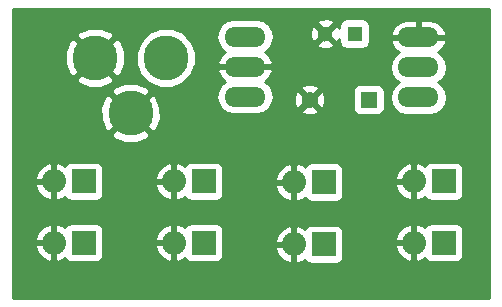
<source format=gbl>
G04 #@! TF.FileFunction,Copper,L2,Bot,Signal*
%FSLAX46Y46*%
G04 Gerber Fmt 4.6, Leading zero omitted, Abs format (unit mm)*
G04 Created by KiCad (PCBNEW 4.0.1-3.201512221402+6198~38~ubuntu14.04.1-stable) date Mon 23 May 2016 08:12:34 PM PDT*
%MOMM*%
G01*
G04 APERTURE LIST*
%ADD10C,0.100000*%
%ADD11R,2.032000X2.032000*%
%ADD12O,2.032000X2.032000*%
%ADD13R,1.400000X1.400000*%
%ADD14C,1.400000*%
%ADD15O,3.500120X1.699260*%
%ADD16R,1.300000X1.300000*%
%ADD17C,1.300000*%
%ADD18C,3.810000*%
%ADD19C,0.762000*%
%ADD20C,0.254000*%
G04 APERTURE END LIST*
D10*
D11*
X104711500Y-101663500D03*
D12*
X102171500Y-101663500D03*
D13*
X128825000Y-94742000D03*
D14*
X123825000Y-94742000D03*
D15*
X133032500Y-92011500D03*
X133032500Y-89471500D03*
X133032500Y-94551500D03*
D11*
X104711500Y-106870500D03*
D12*
X102171500Y-106870500D03*
D11*
X114871500Y-106870500D03*
D12*
X112331500Y-106870500D03*
D11*
X125031500Y-106997500D03*
D12*
X122491500Y-106997500D03*
D11*
X135191500Y-106870500D03*
D12*
X132651500Y-106870500D03*
D15*
X118364000Y-91948000D03*
X118364000Y-89408000D03*
X118364000Y-94488000D03*
D16*
X127635000Y-89154000D03*
D17*
X125135000Y-89154000D03*
D11*
X114871500Y-101663500D03*
D12*
X112331500Y-101663500D03*
D11*
X125031500Y-101727000D03*
D12*
X122491500Y-101727000D03*
D11*
X135191500Y-101663500D03*
D12*
X132651500Y-101663500D03*
D18*
X111663480Y-91186000D03*
X105664000Y-91186000D03*
X108663740Y-95885000D03*
D19*
X108663740Y-95963740D02*
X108663740Y-95885000D01*
D20*
G36*
X138990000Y-111558000D02*
X98754000Y-111558000D01*
X98754000Y-107253446D01*
X100565517Y-107253446D01*
X100834312Y-107838879D01*
X101306682Y-108276885D01*
X101788556Y-108476475D01*
X102044500Y-108357336D01*
X102044500Y-106997500D01*
X100684133Y-106997500D01*
X100565517Y-107253446D01*
X98754000Y-107253446D01*
X98754000Y-106487554D01*
X100565517Y-106487554D01*
X100684133Y-106743500D01*
X102044500Y-106743500D01*
X102044500Y-105383664D01*
X102298500Y-105383664D01*
X102298500Y-106743500D01*
X102318500Y-106743500D01*
X102318500Y-106997500D01*
X102298500Y-106997500D01*
X102298500Y-108357336D01*
X102554444Y-108476475D01*
X103036318Y-108276885D01*
X103133898Y-108186403D01*
X103231410Y-108337941D01*
X103443610Y-108482931D01*
X103695500Y-108533940D01*
X105727500Y-108533940D01*
X105962817Y-108489662D01*
X106178941Y-108350590D01*
X106323931Y-108138390D01*
X106374940Y-107886500D01*
X106374940Y-107253446D01*
X110725517Y-107253446D01*
X110994312Y-107838879D01*
X111466682Y-108276885D01*
X111948556Y-108476475D01*
X112204500Y-108357336D01*
X112204500Y-106997500D01*
X110844133Y-106997500D01*
X110725517Y-107253446D01*
X106374940Y-107253446D01*
X106374940Y-106487554D01*
X110725517Y-106487554D01*
X110844133Y-106743500D01*
X112204500Y-106743500D01*
X112204500Y-105383664D01*
X112458500Y-105383664D01*
X112458500Y-106743500D01*
X112478500Y-106743500D01*
X112478500Y-106997500D01*
X112458500Y-106997500D01*
X112458500Y-108357336D01*
X112714444Y-108476475D01*
X113196318Y-108276885D01*
X113293898Y-108186403D01*
X113391410Y-108337941D01*
X113603610Y-108482931D01*
X113855500Y-108533940D01*
X115887500Y-108533940D01*
X116122817Y-108489662D01*
X116338941Y-108350590D01*
X116483931Y-108138390D01*
X116534940Y-107886500D01*
X116534940Y-107380446D01*
X120885517Y-107380446D01*
X121154312Y-107965879D01*
X121626682Y-108403885D01*
X122108556Y-108603475D01*
X122364500Y-108484336D01*
X122364500Y-107124500D01*
X121004133Y-107124500D01*
X120885517Y-107380446D01*
X116534940Y-107380446D01*
X116534940Y-106614554D01*
X120885517Y-106614554D01*
X121004133Y-106870500D01*
X122364500Y-106870500D01*
X122364500Y-105510664D01*
X122618500Y-105510664D01*
X122618500Y-106870500D01*
X122638500Y-106870500D01*
X122638500Y-107124500D01*
X122618500Y-107124500D01*
X122618500Y-108484336D01*
X122874444Y-108603475D01*
X123356318Y-108403885D01*
X123453898Y-108313403D01*
X123551410Y-108464941D01*
X123763610Y-108609931D01*
X124015500Y-108660940D01*
X126047500Y-108660940D01*
X126282817Y-108616662D01*
X126498941Y-108477590D01*
X126643931Y-108265390D01*
X126694940Y-108013500D01*
X126694940Y-107253446D01*
X131045517Y-107253446D01*
X131314312Y-107838879D01*
X131786682Y-108276885D01*
X132268556Y-108476475D01*
X132524500Y-108357336D01*
X132524500Y-106997500D01*
X131164133Y-106997500D01*
X131045517Y-107253446D01*
X126694940Y-107253446D01*
X126694940Y-106487554D01*
X131045517Y-106487554D01*
X131164133Y-106743500D01*
X132524500Y-106743500D01*
X132524500Y-105383664D01*
X132778500Y-105383664D01*
X132778500Y-106743500D01*
X132798500Y-106743500D01*
X132798500Y-106997500D01*
X132778500Y-106997500D01*
X132778500Y-108357336D01*
X133034444Y-108476475D01*
X133516318Y-108276885D01*
X133613898Y-108186403D01*
X133711410Y-108337941D01*
X133923610Y-108482931D01*
X134175500Y-108533940D01*
X136207500Y-108533940D01*
X136442817Y-108489662D01*
X136658941Y-108350590D01*
X136803931Y-108138390D01*
X136854940Y-107886500D01*
X136854940Y-105854500D01*
X136810662Y-105619183D01*
X136671590Y-105403059D01*
X136459390Y-105258069D01*
X136207500Y-105207060D01*
X134175500Y-105207060D01*
X133940183Y-105251338D01*
X133724059Y-105390410D01*
X133612660Y-105553448D01*
X133516318Y-105464115D01*
X133034444Y-105264525D01*
X132778500Y-105383664D01*
X132524500Y-105383664D01*
X132268556Y-105264525D01*
X131786682Y-105464115D01*
X131314312Y-105902121D01*
X131045517Y-106487554D01*
X126694940Y-106487554D01*
X126694940Y-105981500D01*
X126650662Y-105746183D01*
X126511590Y-105530059D01*
X126299390Y-105385069D01*
X126047500Y-105334060D01*
X124015500Y-105334060D01*
X123780183Y-105378338D01*
X123564059Y-105517410D01*
X123452660Y-105680448D01*
X123356318Y-105591115D01*
X122874444Y-105391525D01*
X122618500Y-105510664D01*
X122364500Y-105510664D01*
X122108556Y-105391525D01*
X121626682Y-105591115D01*
X121154312Y-106029121D01*
X120885517Y-106614554D01*
X116534940Y-106614554D01*
X116534940Y-105854500D01*
X116490662Y-105619183D01*
X116351590Y-105403059D01*
X116139390Y-105258069D01*
X115887500Y-105207060D01*
X113855500Y-105207060D01*
X113620183Y-105251338D01*
X113404059Y-105390410D01*
X113292660Y-105553448D01*
X113196318Y-105464115D01*
X112714444Y-105264525D01*
X112458500Y-105383664D01*
X112204500Y-105383664D01*
X111948556Y-105264525D01*
X111466682Y-105464115D01*
X110994312Y-105902121D01*
X110725517Y-106487554D01*
X106374940Y-106487554D01*
X106374940Y-105854500D01*
X106330662Y-105619183D01*
X106191590Y-105403059D01*
X105979390Y-105258069D01*
X105727500Y-105207060D01*
X103695500Y-105207060D01*
X103460183Y-105251338D01*
X103244059Y-105390410D01*
X103132660Y-105553448D01*
X103036318Y-105464115D01*
X102554444Y-105264525D01*
X102298500Y-105383664D01*
X102044500Y-105383664D01*
X101788556Y-105264525D01*
X101306682Y-105464115D01*
X100834312Y-105902121D01*
X100565517Y-106487554D01*
X98754000Y-106487554D01*
X98754000Y-102046446D01*
X100565517Y-102046446D01*
X100834312Y-102631879D01*
X101306682Y-103069885D01*
X101788556Y-103269475D01*
X102044500Y-103150336D01*
X102044500Y-101790500D01*
X100684133Y-101790500D01*
X100565517Y-102046446D01*
X98754000Y-102046446D01*
X98754000Y-101280554D01*
X100565517Y-101280554D01*
X100684133Y-101536500D01*
X102044500Y-101536500D01*
X102044500Y-100176664D01*
X102298500Y-100176664D01*
X102298500Y-101536500D01*
X102318500Y-101536500D01*
X102318500Y-101790500D01*
X102298500Y-101790500D01*
X102298500Y-103150336D01*
X102554444Y-103269475D01*
X103036318Y-103069885D01*
X103133898Y-102979403D01*
X103231410Y-103130941D01*
X103443610Y-103275931D01*
X103695500Y-103326940D01*
X105727500Y-103326940D01*
X105962817Y-103282662D01*
X106178941Y-103143590D01*
X106323931Y-102931390D01*
X106374940Y-102679500D01*
X106374940Y-102046446D01*
X110725517Y-102046446D01*
X110994312Y-102631879D01*
X111466682Y-103069885D01*
X111948556Y-103269475D01*
X112204500Y-103150336D01*
X112204500Y-101790500D01*
X110844133Y-101790500D01*
X110725517Y-102046446D01*
X106374940Y-102046446D01*
X106374940Y-101280554D01*
X110725517Y-101280554D01*
X110844133Y-101536500D01*
X112204500Y-101536500D01*
X112204500Y-100176664D01*
X112458500Y-100176664D01*
X112458500Y-101536500D01*
X112478500Y-101536500D01*
X112478500Y-101790500D01*
X112458500Y-101790500D01*
X112458500Y-103150336D01*
X112714444Y-103269475D01*
X113196318Y-103069885D01*
X113293898Y-102979403D01*
X113391410Y-103130941D01*
X113603610Y-103275931D01*
X113855500Y-103326940D01*
X115887500Y-103326940D01*
X116122817Y-103282662D01*
X116338941Y-103143590D01*
X116483931Y-102931390D01*
X116534940Y-102679500D01*
X116534940Y-102109946D01*
X120885517Y-102109946D01*
X121154312Y-102695379D01*
X121626682Y-103133385D01*
X122108556Y-103332975D01*
X122364500Y-103213836D01*
X122364500Y-101854000D01*
X121004133Y-101854000D01*
X120885517Y-102109946D01*
X116534940Y-102109946D01*
X116534940Y-101344054D01*
X120885517Y-101344054D01*
X121004133Y-101600000D01*
X122364500Y-101600000D01*
X122364500Y-100240164D01*
X122618500Y-100240164D01*
X122618500Y-101600000D01*
X122638500Y-101600000D01*
X122638500Y-101854000D01*
X122618500Y-101854000D01*
X122618500Y-103213836D01*
X122874444Y-103332975D01*
X123356318Y-103133385D01*
X123453898Y-103042903D01*
X123551410Y-103194441D01*
X123763610Y-103339431D01*
X124015500Y-103390440D01*
X126047500Y-103390440D01*
X126282817Y-103346162D01*
X126498941Y-103207090D01*
X126643931Y-102994890D01*
X126694940Y-102743000D01*
X126694940Y-102046446D01*
X131045517Y-102046446D01*
X131314312Y-102631879D01*
X131786682Y-103069885D01*
X132268556Y-103269475D01*
X132524500Y-103150336D01*
X132524500Y-101790500D01*
X131164133Y-101790500D01*
X131045517Y-102046446D01*
X126694940Y-102046446D01*
X126694940Y-101280554D01*
X131045517Y-101280554D01*
X131164133Y-101536500D01*
X132524500Y-101536500D01*
X132524500Y-100176664D01*
X132778500Y-100176664D01*
X132778500Y-101536500D01*
X132798500Y-101536500D01*
X132798500Y-101790500D01*
X132778500Y-101790500D01*
X132778500Y-103150336D01*
X133034444Y-103269475D01*
X133516318Y-103069885D01*
X133613898Y-102979403D01*
X133711410Y-103130941D01*
X133923610Y-103275931D01*
X134175500Y-103326940D01*
X136207500Y-103326940D01*
X136442817Y-103282662D01*
X136658941Y-103143590D01*
X136803931Y-102931390D01*
X136854940Y-102679500D01*
X136854940Y-100647500D01*
X136810662Y-100412183D01*
X136671590Y-100196059D01*
X136459390Y-100051069D01*
X136207500Y-100000060D01*
X134175500Y-100000060D01*
X133940183Y-100044338D01*
X133724059Y-100183410D01*
X133612660Y-100346448D01*
X133516318Y-100257115D01*
X133034444Y-100057525D01*
X132778500Y-100176664D01*
X132524500Y-100176664D01*
X132268556Y-100057525D01*
X131786682Y-100257115D01*
X131314312Y-100695121D01*
X131045517Y-101280554D01*
X126694940Y-101280554D01*
X126694940Y-100711000D01*
X126650662Y-100475683D01*
X126511590Y-100259559D01*
X126299390Y-100114569D01*
X126047500Y-100063560D01*
X124015500Y-100063560D01*
X123780183Y-100107838D01*
X123564059Y-100246910D01*
X123452660Y-100409948D01*
X123356318Y-100320615D01*
X122874444Y-100121025D01*
X122618500Y-100240164D01*
X122364500Y-100240164D01*
X122108556Y-100121025D01*
X121626682Y-100320615D01*
X121154312Y-100758621D01*
X120885517Y-101344054D01*
X116534940Y-101344054D01*
X116534940Y-100647500D01*
X116490662Y-100412183D01*
X116351590Y-100196059D01*
X116139390Y-100051069D01*
X115887500Y-100000060D01*
X113855500Y-100000060D01*
X113620183Y-100044338D01*
X113404059Y-100183410D01*
X113292660Y-100346448D01*
X113196318Y-100257115D01*
X112714444Y-100057525D01*
X112458500Y-100176664D01*
X112204500Y-100176664D01*
X111948556Y-100057525D01*
X111466682Y-100257115D01*
X110994312Y-100695121D01*
X110725517Y-101280554D01*
X106374940Y-101280554D01*
X106374940Y-100647500D01*
X106330662Y-100412183D01*
X106191590Y-100196059D01*
X105979390Y-100051069D01*
X105727500Y-100000060D01*
X103695500Y-100000060D01*
X103460183Y-100044338D01*
X103244059Y-100183410D01*
X103132660Y-100346448D01*
X103036318Y-100257115D01*
X102554444Y-100057525D01*
X102298500Y-100176664D01*
X102044500Y-100176664D01*
X101788556Y-100057525D01*
X101306682Y-100257115D01*
X100834312Y-100695121D01*
X100565517Y-101280554D01*
X98754000Y-101280554D01*
X98754000Y-97691440D01*
X107036905Y-97691440D01*
X107246093Y-98052289D01*
X108183390Y-98429824D01*
X109193817Y-98419933D01*
X110081387Y-98052289D01*
X110290575Y-97691440D01*
X108663740Y-96064605D01*
X107036905Y-97691440D01*
X98754000Y-97691440D01*
X98754000Y-95404650D01*
X106118916Y-95404650D01*
X106128807Y-96415077D01*
X106496451Y-97302647D01*
X106857300Y-97511835D01*
X108484135Y-95885000D01*
X108843345Y-95885000D01*
X110470180Y-97511835D01*
X110831029Y-97302647D01*
X111208564Y-96365350D01*
X111198673Y-95354923D01*
X110839582Y-94488000D01*
X115932214Y-94488000D01*
X116045225Y-95056143D01*
X116367052Y-95537792D01*
X116848701Y-95859619D01*
X117416844Y-95972630D01*
X119311156Y-95972630D01*
X119879299Y-95859619D01*
X120152196Y-95677275D01*
X123069331Y-95677275D01*
X123131169Y-95913042D01*
X123632122Y-96089419D01*
X124162440Y-96060664D01*
X124518831Y-95913042D01*
X124580669Y-95677275D01*
X123825000Y-94921605D01*
X123069331Y-95677275D01*
X120152196Y-95677275D01*
X120360948Y-95537792D01*
X120682775Y-95056143D01*
X120783628Y-94549122D01*
X122477581Y-94549122D01*
X122506336Y-95079440D01*
X122653958Y-95435831D01*
X122889725Y-95497669D01*
X123645395Y-94742000D01*
X124004605Y-94742000D01*
X124760275Y-95497669D01*
X124996042Y-95435831D01*
X125172419Y-94934878D01*
X125143664Y-94404560D01*
X124996042Y-94048169D01*
X124972522Y-94042000D01*
X127477560Y-94042000D01*
X127477560Y-95442000D01*
X127521838Y-95677317D01*
X127660910Y-95893441D01*
X127873110Y-96038431D01*
X128125000Y-96089440D01*
X129525000Y-96089440D01*
X129760317Y-96045162D01*
X129976441Y-95906090D01*
X130121431Y-95693890D01*
X130172440Y-95442000D01*
X130172440Y-94042000D01*
X130128162Y-93806683D01*
X129989090Y-93590559D01*
X129776890Y-93445569D01*
X129525000Y-93394560D01*
X128125000Y-93394560D01*
X127889683Y-93438838D01*
X127673559Y-93577910D01*
X127528569Y-93790110D01*
X127477560Y-94042000D01*
X124972522Y-94042000D01*
X124760275Y-93986331D01*
X124004605Y-94742000D01*
X123645395Y-94742000D01*
X122889725Y-93986331D01*
X122653958Y-94048169D01*
X122477581Y-94549122D01*
X120783628Y-94549122D01*
X120795786Y-94488000D01*
X120682775Y-93919857D01*
X120607183Y-93806725D01*
X123069331Y-93806725D01*
X123825000Y-94562395D01*
X124580669Y-93806725D01*
X124518831Y-93570958D01*
X124017878Y-93394581D01*
X123487560Y-93423336D01*
X123131169Y-93570958D01*
X123069331Y-93806725D01*
X120607183Y-93806725D01*
X120360948Y-93438208D01*
X120023127Y-93212484D01*
X120404024Y-92907989D01*
X120684649Y-92398810D01*
X120705540Y-92304832D01*
X120584214Y-92075000D01*
X118491000Y-92075000D01*
X118491000Y-92095000D01*
X118237000Y-92095000D01*
X118237000Y-92075000D01*
X116143786Y-92075000D01*
X116022460Y-92304832D01*
X116043351Y-92398810D01*
X116323976Y-92907989D01*
X116704873Y-93212484D01*
X116367052Y-93438208D01*
X116045225Y-93919857D01*
X115932214Y-94488000D01*
X110839582Y-94488000D01*
X110831029Y-94467353D01*
X110470180Y-94258165D01*
X108843345Y-95885000D01*
X108484135Y-95885000D01*
X106857300Y-94258165D01*
X106496451Y-94467353D01*
X106118916Y-95404650D01*
X98754000Y-95404650D01*
X98754000Y-94078560D01*
X107036905Y-94078560D01*
X108663740Y-95705395D01*
X110290575Y-94078560D01*
X110081387Y-93717711D01*
X109144090Y-93340176D01*
X108133663Y-93350067D01*
X107246093Y-93717711D01*
X107036905Y-94078560D01*
X98754000Y-94078560D01*
X98754000Y-92992440D01*
X104037165Y-92992440D01*
X104246353Y-93353289D01*
X105183650Y-93730824D01*
X106194077Y-93720933D01*
X107081647Y-93353289D01*
X107290835Y-92992440D01*
X105664000Y-91365605D01*
X104037165Y-92992440D01*
X98754000Y-92992440D01*
X98754000Y-90705650D01*
X103119176Y-90705650D01*
X103129067Y-91716077D01*
X103496711Y-92603647D01*
X103857560Y-92812835D01*
X105484395Y-91186000D01*
X105843605Y-91186000D01*
X107470440Y-92812835D01*
X107831289Y-92603647D01*
X108199692Y-91689021D01*
X109123040Y-91689021D01*
X109508917Y-92622915D01*
X110222807Y-93338052D01*
X111156026Y-93725559D01*
X112166501Y-93726440D01*
X113100395Y-93340563D01*
X113815532Y-92626673D01*
X114070974Y-92011500D01*
X130600714Y-92011500D01*
X130713725Y-92579643D01*
X131035552Y-93061292D01*
X131365117Y-93281500D01*
X131035552Y-93501708D01*
X130713725Y-93983357D01*
X130600714Y-94551500D01*
X130713725Y-95119643D01*
X131035552Y-95601292D01*
X131517201Y-95923119D01*
X132085344Y-96036130D01*
X133979656Y-96036130D01*
X134547799Y-95923119D01*
X135029448Y-95601292D01*
X135351275Y-95119643D01*
X135464286Y-94551500D01*
X135351275Y-93983357D01*
X135029448Y-93501708D01*
X134699883Y-93281500D01*
X135029448Y-93061292D01*
X135351275Y-92579643D01*
X135464286Y-92011500D01*
X135351275Y-91443357D01*
X135029448Y-90961708D01*
X134691627Y-90735984D01*
X135072524Y-90431489D01*
X135353149Y-89922310D01*
X135374040Y-89828332D01*
X135252714Y-89598500D01*
X133159500Y-89598500D01*
X133159500Y-89618500D01*
X132905500Y-89618500D01*
X132905500Y-89598500D01*
X130812286Y-89598500D01*
X130690960Y-89828332D01*
X130711851Y-89922310D01*
X130992476Y-90431489D01*
X131373373Y-90735984D01*
X131035552Y-90961708D01*
X130713725Y-91443357D01*
X130600714Y-92011500D01*
X114070974Y-92011500D01*
X114203039Y-91693454D01*
X114203920Y-90682979D01*
X113818043Y-89749085D01*
X113477553Y-89408000D01*
X115932214Y-89408000D01*
X116045225Y-89976143D01*
X116367052Y-90457792D01*
X116704873Y-90683516D01*
X116323976Y-90988011D01*
X116043351Y-91497190D01*
X116022460Y-91591168D01*
X116143786Y-91821000D01*
X118237000Y-91821000D01*
X118237000Y-91801000D01*
X118491000Y-91801000D01*
X118491000Y-91821000D01*
X120584214Y-91821000D01*
X120705540Y-91591168D01*
X120684649Y-91497190D01*
X120404024Y-90988011D01*
X120023127Y-90683516D01*
X120360948Y-90457792D01*
X120631410Y-90053016D01*
X124415590Y-90053016D01*
X124471271Y-90283611D01*
X124954078Y-90451622D01*
X125464428Y-90422083D01*
X125798729Y-90283611D01*
X125854410Y-90053016D01*
X125135000Y-89333605D01*
X124415590Y-90053016D01*
X120631410Y-90053016D01*
X120682775Y-89976143D01*
X120795786Y-89408000D01*
X120709275Y-88973078D01*
X123837378Y-88973078D01*
X123866917Y-89483428D01*
X124005389Y-89817729D01*
X124235984Y-89873410D01*
X124955395Y-89154000D01*
X125314605Y-89154000D01*
X126034016Y-89873410D01*
X126264611Y-89817729D01*
X126337560Y-89608098D01*
X126337560Y-89804000D01*
X126381838Y-90039317D01*
X126520910Y-90255441D01*
X126733110Y-90400431D01*
X126985000Y-90451440D01*
X128285000Y-90451440D01*
X128520317Y-90407162D01*
X128736441Y-90268090D01*
X128881431Y-90055890D01*
X128932440Y-89804000D01*
X128932440Y-89114668D01*
X130690960Y-89114668D01*
X130812286Y-89344500D01*
X132905500Y-89344500D01*
X132905500Y-87986870D01*
X133159500Y-87986870D01*
X133159500Y-89344500D01*
X135252714Y-89344500D01*
X135374040Y-89114668D01*
X135353149Y-89020690D01*
X135072524Y-88511511D01*
X134618406Y-88148482D01*
X134059930Y-87986870D01*
X133159500Y-87986870D01*
X132905500Y-87986870D01*
X132005070Y-87986870D01*
X131446594Y-88148482D01*
X130992476Y-88511511D01*
X130711851Y-89020690D01*
X130690960Y-89114668D01*
X128932440Y-89114668D01*
X128932440Y-88504000D01*
X128888162Y-88268683D01*
X128749090Y-88052559D01*
X128536890Y-87907569D01*
X128285000Y-87856560D01*
X126985000Y-87856560D01*
X126749683Y-87900838D01*
X126533559Y-88039910D01*
X126388569Y-88252110D01*
X126337560Y-88504000D01*
X126337560Y-88666385D01*
X126264611Y-88490271D01*
X126034016Y-88434590D01*
X125314605Y-89154000D01*
X124955395Y-89154000D01*
X124235984Y-88434590D01*
X124005389Y-88490271D01*
X123837378Y-88973078D01*
X120709275Y-88973078D01*
X120682775Y-88839857D01*
X120360948Y-88358208D01*
X120206463Y-88254984D01*
X124415590Y-88254984D01*
X125135000Y-88974395D01*
X125854410Y-88254984D01*
X125798729Y-88024389D01*
X125315922Y-87856378D01*
X124805572Y-87885917D01*
X124471271Y-88024389D01*
X124415590Y-88254984D01*
X120206463Y-88254984D01*
X119879299Y-88036381D01*
X119311156Y-87923370D01*
X117416844Y-87923370D01*
X116848701Y-88036381D01*
X116367052Y-88358208D01*
X116045225Y-88839857D01*
X115932214Y-89408000D01*
X113477553Y-89408000D01*
X113104153Y-89033948D01*
X112170934Y-88646441D01*
X111160459Y-88645560D01*
X110226565Y-89031437D01*
X109511428Y-89745327D01*
X109123921Y-90678546D01*
X109123040Y-91689021D01*
X108199692Y-91689021D01*
X108208824Y-91666350D01*
X108198933Y-90655923D01*
X107831289Y-89768353D01*
X107470440Y-89559165D01*
X105843605Y-91186000D01*
X105484395Y-91186000D01*
X103857560Y-89559165D01*
X103496711Y-89768353D01*
X103119176Y-90705650D01*
X98754000Y-90705650D01*
X98754000Y-89379560D01*
X104037165Y-89379560D01*
X105664000Y-91006395D01*
X107290835Y-89379560D01*
X107081647Y-89018711D01*
X106144350Y-88641176D01*
X105133923Y-88651067D01*
X104246353Y-89018711D01*
X104037165Y-89379560D01*
X98754000Y-89379560D01*
X98754000Y-87070000D01*
X138990000Y-87070000D01*
X138990000Y-111558000D01*
X138990000Y-111558000D01*
G37*
X138990000Y-111558000D02*
X98754000Y-111558000D01*
X98754000Y-107253446D01*
X100565517Y-107253446D01*
X100834312Y-107838879D01*
X101306682Y-108276885D01*
X101788556Y-108476475D01*
X102044500Y-108357336D01*
X102044500Y-106997500D01*
X100684133Y-106997500D01*
X100565517Y-107253446D01*
X98754000Y-107253446D01*
X98754000Y-106487554D01*
X100565517Y-106487554D01*
X100684133Y-106743500D01*
X102044500Y-106743500D01*
X102044500Y-105383664D01*
X102298500Y-105383664D01*
X102298500Y-106743500D01*
X102318500Y-106743500D01*
X102318500Y-106997500D01*
X102298500Y-106997500D01*
X102298500Y-108357336D01*
X102554444Y-108476475D01*
X103036318Y-108276885D01*
X103133898Y-108186403D01*
X103231410Y-108337941D01*
X103443610Y-108482931D01*
X103695500Y-108533940D01*
X105727500Y-108533940D01*
X105962817Y-108489662D01*
X106178941Y-108350590D01*
X106323931Y-108138390D01*
X106374940Y-107886500D01*
X106374940Y-107253446D01*
X110725517Y-107253446D01*
X110994312Y-107838879D01*
X111466682Y-108276885D01*
X111948556Y-108476475D01*
X112204500Y-108357336D01*
X112204500Y-106997500D01*
X110844133Y-106997500D01*
X110725517Y-107253446D01*
X106374940Y-107253446D01*
X106374940Y-106487554D01*
X110725517Y-106487554D01*
X110844133Y-106743500D01*
X112204500Y-106743500D01*
X112204500Y-105383664D01*
X112458500Y-105383664D01*
X112458500Y-106743500D01*
X112478500Y-106743500D01*
X112478500Y-106997500D01*
X112458500Y-106997500D01*
X112458500Y-108357336D01*
X112714444Y-108476475D01*
X113196318Y-108276885D01*
X113293898Y-108186403D01*
X113391410Y-108337941D01*
X113603610Y-108482931D01*
X113855500Y-108533940D01*
X115887500Y-108533940D01*
X116122817Y-108489662D01*
X116338941Y-108350590D01*
X116483931Y-108138390D01*
X116534940Y-107886500D01*
X116534940Y-107380446D01*
X120885517Y-107380446D01*
X121154312Y-107965879D01*
X121626682Y-108403885D01*
X122108556Y-108603475D01*
X122364500Y-108484336D01*
X122364500Y-107124500D01*
X121004133Y-107124500D01*
X120885517Y-107380446D01*
X116534940Y-107380446D01*
X116534940Y-106614554D01*
X120885517Y-106614554D01*
X121004133Y-106870500D01*
X122364500Y-106870500D01*
X122364500Y-105510664D01*
X122618500Y-105510664D01*
X122618500Y-106870500D01*
X122638500Y-106870500D01*
X122638500Y-107124500D01*
X122618500Y-107124500D01*
X122618500Y-108484336D01*
X122874444Y-108603475D01*
X123356318Y-108403885D01*
X123453898Y-108313403D01*
X123551410Y-108464941D01*
X123763610Y-108609931D01*
X124015500Y-108660940D01*
X126047500Y-108660940D01*
X126282817Y-108616662D01*
X126498941Y-108477590D01*
X126643931Y-108265390D01*
X126694940Y-108013500D01*
X126694940Y-107253446D01*
X131045517Y-107253446D01*
X131314312Y-107838879D01*
X131786682Y-108276885D01*
X132268556Y-108476475D01*
X132524500Y-108357336D01*
X132524500Y-106997500D01*
X131164133Y-106997500D01*
X131045517Y-107253446D01*
X126694940Y-107253446D01*
X126694940Y-106487554D01*
X131045517Y-106487554D01*
X131164133Y-106743500D01*
X132524500Y-106743500D01*
X132524500Y-105383664D01*
X132778500Y-105383664D01*
X132778500Y-106743500D01*
X132798500Y-106743500D01*
X132798500Y-106997500D01*
X132778500Y-106997500D01*
X132778500Y-108357336D01*
X133034444Y-108476475D01*
X133516318Y-108276885D01*
X133613898Y-108186403D01*
X133711410Y-108337941D01*
X133923610Y-108482931D01*
X134175500Y-108533940D01*
X136207500Y-108533940D01*
X136442817Y-108489662D01*
X136658941Y-108350590D01*
X136803931Y-108138390D01*
X136854940Y-107886500D01*
X136854940Y-105854500D01*
X136810662Y-105619183D01*
X136671590Y-105403059D01*
X136459390Y-105258069D01*
X136207500Y-105207060D01*
X134175500Y-105207060D01*
X133940183Y-105251338D01*
X133724059Y-105390410D01*
X133612660Y-105553448D01*
X133516318Y-105464115D01*
X133034444Y-105264525D01*
X132778500Y-105383664D01*
X132524500Y-105383664D01*
X132268556Y-105264525D01*
X131786682Y-105464115D01*
X131314312Y-105902121D01*
X131045517Y-106487554D01*
X126694940Y-106487554D01*
X126694940Y-105981500D01*
X126650662Y-105746183D01*
X126511590Y-105530059D01*
X126299390Y-105385069D01*
X126047500Y-105334060D01*
X124015500Y-105334060D01*
X123780183Y-105378338D01*
X123564059Y-105517410D01*
X123452660Y-105680448D01*
X123356318Y-105591115D01*
X122874444Y-105391525D01*
X122618500Y-105510664D01*
X122364500Y-105510664D01*
X122108556Y-105391525D01*
X121626682Y-105591115D01*
X121154312Y-106029121D01*
X120885517Y-106614554D01*
X116534940Y-106614554D01*
X116534940Y-105854500D01*
X116490662Y-105619183D01*
X116351590Y-105403059D01*
X116139390Y-105258069D01*
X115887500Y-105207060D01*
X113855500Y-105207060D01*
X113620183Y-105251338D01*
X113404059Y-105390410D01*
X113292660Y-105553448D01*
X113196318Y-105464115D01*
X112714444Y-105264525D01*
X112458500Y-105383664D01*
X112204500Y-105383664D01*
X111948556Y-105264525D01*
X111466682Y-105464115D01*
X110994312Y-105902121D01*
X110725517Y-106487554D01*
X106374940Y-106487554D01*
X106374940Y-105854500D01*
X106330662Y-105619183D01*
X106191590Y-105403059D01*
X105979390Y-105258069D01*
X105727500Y-105207060D01*
X103695500Y-105207060D01*
X103460183Y-105251338D01*
X103244059Y-105390410D01*
X103132660Y-105553448D01*
X103036318Y-105464115D01*
X102554444Y-105264525D01*
X102298500Y-105383664D01*
X102044500Y-105383664D01*
X101788556Y-105264525D01*
X101306682Y-105464115D01*
X100834312Y-105902121D01*
X100565517Y-106487554D01*
X98754000Y-106487554D01*
X98754000Y-102046446D01*
X100565517Y-102046446D01*
X100834312Y-102631879D01*
X101306682Y-103069885D01*
X101788556Y-103269475D01*
X102044500Y-103150336D01*
X102044500Y-101790500D01*
X100684133Y-101790500D01*
X100565517Y-102046446D01*
X98754000Y-102046446D01*
X98754000Y-101280554D01*
X100565517Y-101280554D01*
X100684133Y-101536500D01*
X102044500Y-101536500D01*
X102044500Y-100176664D01*
X102298500Y-100176664D01*
X102298500Y-101536500D01*
X102318500Y-101536500D01*
X102318500Y-101790500D01*
X102298500Y-101790500D01*
X102298500Y-103150336D01*
X102554444Y-103269475D01*
X103036318Y-103069885D01*
X103133898Y-102979403D01*
X103231410Y-103130941D01*
X103443610Y-103275931D01*
X103695500Y-103326940D01*
X105727500Y-103326940D01*
X105962817Y-103282662D01*
X106178941Y-103143590D01*
X106323931Y-102931390D01*
X106374940Y-102679500D01*
X106374940Y-102046446D01*
X110725517Y-102046446D01*
X110994312Y-102631879D01*
X111466682Y-103069885D01*
X111948556Y-103269475D01*
X112204500Y-103150336D01*
X112204500Y-101790500D01*
X110844133Y-101790500D01*
X110725517Y-102046446D01*
X106374940Y-102046446D01*
X106374940Y-101280554D01*
X110725517Y-101280554D01*
X110844133Y-101536500D01*
X112204500Y-101536500D01*
X112204500Y-100176664D01*
X112458500Y-100176664D01*
X112458500Y-101536500D01*
X112478500Y-101536500D01*
X112478500Y-101790500D01*
X112458500Y-101790500D01*
X112458500Y-103150336D01*
X112714444Y-103269475D01*
X113196318Y-103069885D01*
X113293898Y-102979403D01*
X113391410Y-103130941D01*
X113603610Y-103275931D01*
X113855500Y-103326940D01*
X115887500Y-103326940D01*
X116122817Y-103282662D01*
X116338941Y-103143590D01*
X116483931Y-102931390D01*
X116534940Y-102679500D01*
X116534940Y-102109946D01*
X120885517Y-102109946D01*
X121154312Y-102695379D01*
X121626682Y-103133385D01*
X122108556Y-103332975D01*
X122364500Y-103213836D01*
X122364500Y-101854000D01*
X121004133Y-101854000D01*
X120885517Y-102109946D01*
X116534940Y-102109946D01*
X116534940Y-101344054D01*
X120885517Y-101344054D01*
X121004133Y-101600000D01*
X122364500Y-101600000D01*
X122364500Y-100240164D01*
X122618500Y-100240164D01*
X122618500Y-101600000D01*
X122638500Y-101600000D01*
X122638500Y-101854000D01*
X122618500Y-101854000D01*
X122618500Y-103213836D01*
X122874444Y-103332975D01*
X123356318Y-103133385D01*
X123453898Y-103042903D01*
X123551410Y-103194441D01*
X123763610Y-103339431D01*
X124015500Y-103390440D01*
X126047500Y-103390440D01*
X126282817Y-103346162D01*
X126498941Y-103207090D01*
X126643931Y-102994890D01*
X126694940Y-102743000D01*
X126694940Y-102046446D01*
X131045517Y-102046446D01*
X131314312Y-102631879D01*
X131786682Y-103069885D01*
X132268556Y-103269475D01*
X132524500Y-103150336D01*
X132524500Y-101790500D01*
X131164133Y-101790500D01*
X131045517Y-102046446D01*
X126694940Y-102046446D01*
X126694940Y-101280554D01*
X131045517Y-101280554D01*
X131164133Y-101536500D01*
X132524500Y-101536500D01*
X132524500Y-100176664D01*
X132778500Y-100176664D01*
X132778500Y-101536500D01*
X132798500Y-101536500D01*
X132798500Y-101790500D01*
X132778500Y-101790500D01*
X132778500Y-103150336D01*
X133034444Y-103269475D01*
X133516318Y-103069885D01*
X133613898Y-102979403D01*
X133711410Y-103130941D01*
X133923610Y-103275931D01*
X134175500Y-103326940D01*
X136207500Y-103326940D01*
X136442817Y-103282662D01*
X136658941Y-103143590D01*
X136803931Y-102931390D01*
X136854940Y-102679500D01*
X136854940Y-100647500D01*
X136810662Y-100412183D01*
X136671590Y-100196059D01*
X136459390Y-100051069D01*
X136207500Y-100000060D01*
X134175500Y-100000060D01*
X133940183Y-100044338D01*
X133724059Y-100183410D01*
X133612660Y-100346448D01*
X133516318Y-100257115D01*
X133034444Y-100057525D01*
X132778500Y-100176664D01*
X132524500Y-100176664D01*
X132268556Y-100057525D01*
X131786682Y-100257115D01*
X131314312Y-100695121D01*
X131045517Y-101280554D01*
X126694940Y-101280554D01*
X126694940Y-100711000D01*
X126650662Y-100475683D01*
X126511590Y-100259559D01*
X126299390Y-100114569D01*
X126047500Y-100063560D01*
X124015500Y-100063560D01*
X123780183Y-100107838D01*
X123564059Y-100246910D01*
X123452660Y-100409948D01*
X123356318Y-100320615D01*
X122874444Y-100121025D01*
X122618500Y-100240164D01*
X122364500Y-100240164D01*
X122108556Y-100121025D01*
X121626682Y-100320615D01*
X121154312Y-100758621D01*
X120885517Y-101344054D01*
X116534940Y-101344054D01*
X116534940Y-100647500D01*
X116490662Y-100412183D01*
X116351590Y-100196059D01*
X116139390Y-100051069D01*
X115887500Y-100000060D01*
X113855500Y-100000060D01*
X113620183Y-100044338D01*
X113404059Y-100183410D01*
X113292660Y-100346448D01*
X113196318Y-100257115D01*
X112714444Y-100057525D01*
X112458500Y-100176664D01*
X112204500Y-100176664D01*
X111948556Y-100057525D01*
X111466682Y-100257115D01*
X110994312Y-100695121D01*
X110725517Y-101280554D01*
X106374940Y-101280554D01*
X106374940Y-100647500D01*
X106330662Y-100412183D01*
X106191590Y-100196059D01*
X105979390Y-100051069D01*
X105727500Y-100000060D01*
X103695500Y-100000060D01*
X103460183Y-100044338D01*
X103244059Y-100183410D01*
X103132660Y-100346448D01*
X103036318Y-100257115D01*
X102554444Y-100057525D01*
X102298500Y-100176664D01*
X102044500Y-100176664D01*
X101788556Y-100057525D01*
X101306682Y-100257115D01*
X100834312Y-100695121D01*
X100565517Y-101280554D01*
X98754000Y-101280554D01*
X98754000Y-97691440D01*
X107036905Y-97691440D01*
X107246093Y-98052289D01*
X108183390Y-98429824D01*
X109193817Y-98419933D01*
X110081387Y-98052289D01*
X110290575Y-97691440D01*
X108663740Y-96064605D01*
X107036905Y-97691440D01*
X98754000Y-97691440D01*
X98754000Y-95404650D01*
X106118916Y-95404650D01*
X106128807Y-96415077D01*
X106496451Y-97302647D01*
X106857300Y-97511835D01*
X108484135Y-95885000D01*
X108843345Y-95885000D01*
X110470180Y-97511835D01*
X110831029Y-97302647D01*
X111208564Y-96365350D01*
X111198673Y-95354923D01*
X110839582Y-94488000D01*
X115932214Y-94488000D01*
X116045225Y-95056143D01*
X116367052Y-95537792D01*
X116848701Y-95859619D01*
X117416844Y-95972630D01*
X119311156Y-95972630D01*
X119879299Y-95859619D01*
X120152196Y-95677275D01*
X123069331Y-95677275D01*
X123131169Y-95913042D01*
X123632122Y-96089419D01*
X124162440Y-96060664D01*
X124518831Y-95913042D01*
X124580669Y-95677275D01*
X123825000Y-94921605D01*
X123069331Y-95677275D01*
X120152196Y-95677275D01*
X120360948Y-95537792D01*
X120682775Y-95056143D01*
X120783628Y-94549122D01*
X122477581Y-94549122D01*
X122506336Y-95079440D01*
X122653958Y-95435831D01*
X122889725Y-95497669D01*
X123645395Y-94742000D01*
X124004605Y-94742000D01*
X124760275Y-95497669D01*
X124996042Y-95435831D01*
X125172419Y-94934878D01*
X125143664Y-94404560D01*
X124996042Y-94048169D01*
X124972522Y-94042000D01*
X127477560Y-94042000D01*
X127477560Y-95442000D01*
X127521838Y-95677317D01*
X127660910Y-95893441D01*
X127873110Y-96038431D01*
X128125000Y-96089440D01*
X129525000Y-96089440D01*
X129760317Y-96045162D01*
X129976441Y-95906090D01*
X130121431Y-95693890D01*
X130172440Y-95442000D01*
X130172440Y-94042000D01*
X130128162Y-93806683D01*
X129989090Y-93590559D01*
X129776890Y-93445569D01*
X129525000Y-93394560D01*
X128125000Y-93394560D01*
X127889683Y-93438838D01*
X127673559Y-93577910D01*
X127528569Y-93790110D01*
X127477560Y-94042000D01*
X124972522Y-94042000D01*
X124760275Y-93986331D01*
X124004605Y-94742000D01*
X123645395Y-94742000D01*
X122889725Y-93986331D01*
X122653958Y-94048169D01*
X122477581Y-94549122D01*
X120783628Y-94549122D01*
X120795786Y-94488000D01*
X120682775Y-93919857D01*
X120607183Y-93806725D01*
X123069331Y-93806725D01*
X123825000Y-94562395D01*
X124580669Y-93806725D01*
X124518831Y-93570958D01*
X124017878Y-93394581D01*
X123487560Y-93423336D01*
X123131169Y-93570958D01*
X123069331Y-93806725D01*
X120607183Y-93806725D01*
X120360948Y-93438208D01*
X120023127Y-93212484D01*
X120404024Y-92907989D01*
X120684649Y-92398810D01*
X120705540Y-92304832D01*
X120584214Y-92075000D01*
X118491000Y-92075000D01*
X118491000Y-92095000D01*
X118237000Y-92095000D01*
X118237000Y-92075000D01*
X116143786Y-92075000D01*
X116022460Y-92304832D01*
X116043351Y-92398810D01*
X116323976Y-92907989D01*
X116704873Y-93212484D01*
X116367052Y-93438208D01*
X116045225Y-93919857D01*
X115932214Y-94488000D01*
X110839582Y-94488000D01*
X110831029Y-94467353D01*
X110470180Y-94258165D01*
X108843345Y-95885000D01*
X108484135Y-95885000D01*
X106857300Y-94258165D01*
X106496451Y-94467353D01*
X106118916Y-95404650D01*
X98754000Y-95404650D01*
X98754000Y-94078560D01*
X107036905Y-94078560D01*
X108663740Y-95705395D01*
X110290575Y-94078560D01*
X110081387Y-93717711D01*
X109144090Y-93340176D01*
X108133663Y-93350067D01*
X107246093Y-93717711D01*
X107036905Y-94078560D01*
X98754000Y-94078560D01*
X98754000Y-92992440D01*
X104037165Y-92992440D01*
X104246353Y-93353289D01*
X105183650Y-93730824D01*
X106194077Y-93720933D01*
X107081647Y-93353289D01*
X107290835Y-92992440D01*
X105664000Y-91365605D01*
X104037165Y-92992440D01*
X98754000Y-92992440D01*
X98754000Y-90705650D01*
X103119176Y-90705650D01*
X103129067Y-91716077D01*
X103496711Y-92603647D01*
X103857560Y-92812835D01*
X105484395Y-91186000D01*
X105843605Y-91186000D01*
X107470440Y-92812835D01*
X107831289Y-92603647D01*
X108199692Y-91689021D01*
X109123040Y-91689021D01*
X109508917Y-92622915D01*
X110222807Y-93338052D01*
X111156026Y-93725559D01*
X112166501Y-93726440D01*
X113100395Y-93340563D01*
X113815532Y-92626673D01*
X114070974Y-92011500D01*
X130600714Y-92011500D01*
X130713725Y-92579643D01*
X131035552Y-93061292D01*
X131365117Y-93281500D01*
X131035552Y-93501708D01*
X130713725Y-93983357D01*
X130600714Y-94551500D01*
X130713725Y-95119643D01*
X131035552Y-95601292D01*
X131517201Y-95923119D01*
X132085344Y-96036130D01*
X133979656Y-96036130D01*
X134547799Y-95923119D01*
X135029448Y-95601292D01*
X135351275Y-95119643D01*
X135464286Y-94551500D01*
X135351275Y-93983357D01*
X135029448Y-93501708D01*
X134699883Y-93281500D01*
X135029448Y-93061292D01*
X135351275Y-92579643D01*
X135464286Y-92011500D01*
X135351275Y-91443357D01*
X135029448Y-90961708D01*
X134691627Y-90735984D01*
X135072524Y-90431489D01*
X135353149Y-89922310D01*
X135374040Y-89828332D01*
X135252714Y-89598500D01*
X133159500Y-89598500D01*
X133159500Y-89618500D01*
X132905500Y-89618500D01*
X132905500Y-89598500D01*
X130812286Y-89598500D01*
X130690960Y-89828332D01*
X130711851Y-89922310D01*
X130992476Y-90431489D01*
X131373373Y-90735984D01*
X131035552Y-90961708D01*
X130713725Y-91443357D01*
X130600714Y-92011500D01*
X114070974Y-92011500D01*
X114203039Y-91693454D01*
X114203920Y-90682979D01*
X113818043Y-89749085D01*
X113477553Y-89408000D01*
X115932214Y-89408000D01*
X116045225Y-89976143D01*
X116367052Y-90457792D01*
X116704873Y-90683516D01*
X116323976Y-90988011D01*
X116043351Y-91497190D01*
X116022460Y-91591168D01*
X116143786Y-91821000D01*
X118237000Y-91821000D01*
X118237000Y-91801000D01*
X118491000Y-91801000D01*
X118491000Y-91821000D01*
X120584214Y-91821000D01*
X120705540Y-91591168D01*
X120684649Y-91497190D01*
X120404024Y-90988011D01*
X120023127Y-90683516D01*
X120360948Y-90457792D01*
X120631410Y-90053016D01*
X124415590Y-90053016D01*
X124471271Y-90283611D01*
X124954078Y-90451622D01*
X125464428Y-90422083D01*
X125798729Y-90283611D01*
X125854410Y-90053016D01*
X125135000Y-89333605D01*
X124415590Y-90053016D01*
X120631410Y-90053016D01*
X120682775Y-89976143D01*
X120795786Y-89408000D01*
X120709275Y-88973078D01*
X123837378Y-88973078D01*
X123866917Y-89483428D01*
X124005389Y-89817729D01*
X124235984Y-89873410D01*
X124955395Y-89154000D01*
X125314605Y-89154000D01*
X126034016Y-89873410D01*
X126264611Y-89817729D01*
X126337560Y-89608098D01*
X126337560Y-89804000D01*
X126381838Y-90039317D01*
X126520910Y-90255441D01*
X126733110Y-90400431D01*
X126985000Y-90451440D01*
X128285000Y-90451440D01*
X128520317Y-90407162D01*
X128736441Y-90268090D01*
X128881431Y-90055890D01*
X128932440Y-89804000D01*
X128932440Y-89114668D01*
X130690960Y-89114668D01*
X130812286Y-89344500D01*
X132905500Y-89344500D01*
X132905500Y-87986870D01*
X133159500Y-87986870D01*
X133159500Y-89344500D01*
X135252714Y-89344500D01*
X135374040Y-89114668D01*
X135353149Y-89020690D01*
X135072524Y-88511511D01*
X134618406Y-88148482D01*
X134059930Y-87986870D01*
X133159500Y-87986870D01*
X132905500Y-87986870D01*
X132005070Y-87986870D01*
X131446594Y-88148482D01*
X130992476Y-88511511D01*
X130711851Y-89020690D01*
X130690960Y-89114668D01*
X128932440Y-89114668D01*
X128932440Y-88504000D01*
X128888162Y-88268683D01*
X128749090Y-88052559D01*
X128536890Y-87907569D01*
X128285000Y-87856560D01*
X126985000Y-87856560D01*
X126749683Y-87900838D01*
X126533559Y-88039910D01*
X126388569Y-88252110D01*
X126337560Y-88504000D01*
X126337560Y-88666385D01*
X126264611Y-88490271D01*
X126034016Y-88434590D01*
X125314605Y-89154000D01*
X124955395Y-89154000D01*
X124235984Y-88434590D01*
X124005389Y-88490271D01*
X123837378Y-88973078D01*
X120709275Y-88973078D01*
X120682775Y-88839857D01*
X120360948Y-88358208D01*
X120206463Y-88254984D01*
X124415590Y-88254984D01*
X125135000Y-88974395D01*
X125854410Y-88254984D01*
X125798729Y-88024389D01*
X125315922Y-87856378D01*
X124805572Y-87885917D01*
X124471271Y-88024389D01*
X124415590Y-88254984D01*
X120206463Y-88254984D01*
X119879299Y-88036381D01*
X119311156Y-87923370D01*
X117416844Y-87923370D01*
X116848701Y-88036381D01*
X116367052Y-88358208D01*
X116045225Y-88839857D01*
X115932214Y-89408000D01*
X113477553Y-89408000D01*
X113104153Y-89033948D01*
X112170934Y-88646441D01*
X111160459Y-88645560D01*
X110226565Y-89031437D01*
X109511428Y-89745327D01*
X109123921Y-90678546D01*
X109123040Y-91689021D01*
X108199692Y-91689021D01*
X108208824Y-91666350D01*
X108198933Y-90655923D01*
X107831289Y-89768353D01*
X107470440Y-89559165D01*
X105843605Y-91186000D01*
X105484395Y-91186000D01*
X103857560Y-89559165D01*
X103496711Y-89768353D01*
X103119176Y-90705650D01*
X98754000Y-90705650D01*
X98754000Y-89379560D01*
X104037165Y-89379560D01*
X105664000Y-91006395D01*
X107290835Y-89379560D01*
X107081647Y-89018711D01*
X106144350Y-88641176D01*
X105133923Y-88651067D01*
X104246353Y-89018711D01*
X104037165Y-89379560D01*
X98754000Y-89379560D01*
X98754000Y-87070000D01*
X138990000Y-87070000D01*
X138990000Y-111558000D01*
M02*

</source>
